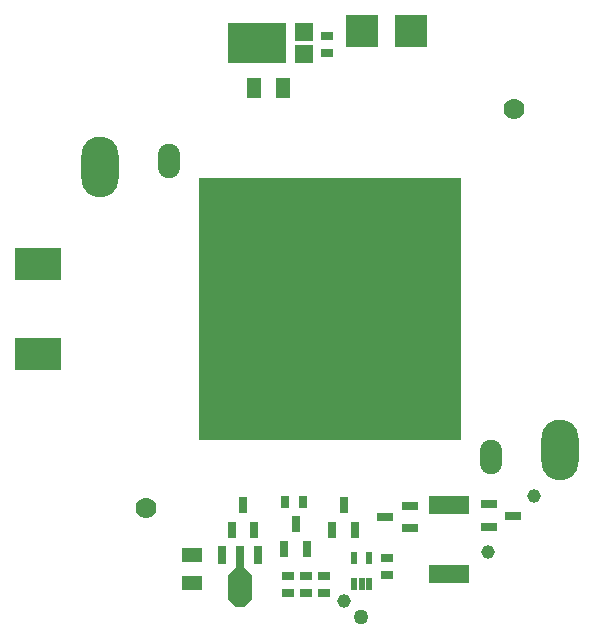
<source format=gbs>
%FSLAX24Y24*%
%MOIN*%
G70*
G01*
G75*
G04 Layer_Color=16711935*
%ADD10C,0.0150*%
%ADD11R,0.1000X0.0291*%
%ADD12R,0.8661X0.8661*%
%ADD13O,0.0669X0.1102*%
%ADD14C,0.1100*%
%ADD15C,0.0400*%
%ADD16C,0.0300*%
%ADD17R,0.1000X0.1000*%
%ADD18R,0.1500X0.1000*%
%ADD19R,0.0394X0.0591*%
%ADD20R,0.0551X0.0547*%
%ADD21R,0.1913X0.1323*%
%ADD22R,0.0354X0.0197*%
%ADD23R,0.0591X0.0394*%
%ADD24R,0.0236X0.0551*%
%ADD25R,0.0236X0.0709*%
%ADD26R,0.0236X0.0512*%
%ADD27R,0.0197X0.0354*%
%ADD28R,0.0157X0.0354*%
%ADD29R,0.0512X0.0236*%
%ADD30R,0.1299X0.0532*%
%ADD31O,0.1181X0.1969*%
%ADD32C,0.0039*%
%ADD33C,0.0100*%
%ADD34R,0.0315X0.0540*%
%ADD35R,0.1060X0.0351*%
%ADD36R,0.8721X0.8721*%
%ADD37O,0.0729X0.1162*%
%ADD38C,0.0700*%
%ADD39C,0.0500*%
%ADD40C,0.0460*%
%ADD41R,0.1060X0.1060*%
%ADD42R,0.1560X0.1060*%
%ADD43R,0.0454X0.0651*%
%ADD44R,0.0611X0.0607*%
%ADD45R,0.1973X0.1383*%
%ADD46R,0.0414X0.0257*%
%ADD47R,0.0651X0.0454*%
%ADD48R,0.0296X0.0611*%
%ADD49R,0.0296X0.0769*%
%ADD50R,0.0296X0.0572*%
%ADD51R,0.0257X0.0414*%
%ADD52R,0.0197X0.0394*%
%ADD53R,0.0572X0.0296*%
%ADD54R,0.1359X0.0592*%
%ADD55O,0.1241X0.2029*%
G36*
X-2877Y-8620D02*
X-2873Y-8621D01*
X-2868Y-8623D01*
X-2864Y-8626D01*
X-2861Y-8629D01*
X-2605Y-8885D01*
X-2602Y-8888D01*
X-2599Y-8892D01*
X-2597Y-8897D01*
X-2596Y-8901D01*
X-2596Y-8906D01*
Y-9654D01*
X-2596Y-9659D01*
X-2597Y-9663D01*
X-2599Y-9668D01*
X-2602Y-9672D01*
X-2605Y-9675D01*
X-2861Y-9931D01*
X-2864Y-9934D01*
X-2868Y-9937D01*
X-2873Y-9938D01*
X-2877Y-9940D01*
X-2882Y-9940D01*
X-3118D01*
X-3123Y-9940D01*
X-3127Y-9938D01*
X-3132Y-9937D01*
X-3136Y-9934D01*
X-3139Y-9931D01*
X-3395Y-9675D01*
X-3398Y-9672D01*
X-3401Y-9668D01*
X-3403Y-9663D01*
X-3404Y-9659D01*
X-3404Y-9654D01*
Y-8906D01*
X-3404Y-8901D01*
X-3403Y-8897D01*
X-3401Y-8892D01*
X-3398Y-8888D01*
X-3395Y-8885D01*
X-3139Y-8629D01*
X-3136Y-8626D01*
X-3132Y-8623D01*
X-3127Y-8621D01*
X-3123Y-8620D01*
X-3118Y-8620D01*
X-2882D01*
X-2877Y-8620D01*
D02*
G37*
D36*
X0Y0D02*
D03*
D37*
X-5358Y4937D02*
D03*
X5358Y-4937D02*
D03*
D38*
X-6130Y-6660D02*
D03*
X6130Y6660D02*
D03*
D39*
X1039Y-10288D02*
D03*
D40*
X450Y-9750D02*
D03*
X5250Y-8100D02*
D03*
X6800Y-6250D02*
D03*
D41*
X2700Y9250D02*
D03*
X1050D02*
D03*
D42*
X-9750Y-1500D02*
D03*
Y1500D02*
D03*
D43*
X-2522Y7350D02*
D03*
X-1578D02*
D03*
D44*
X-882Y8488D02*
D03*
Y9212D02*
D03*
D45*
X-2450Y8850D02*
D03*
D46*
X-100Y8505D02*
D03*
Y9095D02*
D03*
X-1400Y-8905D02*
D03*
Y-9495D02*
D03*
X-800Y-8905D02*
D03*
Y-9495D02*
D03*
X-200Y-8905D02*
D03*
Y-9495D02*
D03*
X1900Y-8305D02*
D03*
Y-8895D02*
D03*
D47*
X-4600Y-9148D02*
D03*
Y-8203D02*
D03*
D48*
X-3591Y-8217D02*
D03*
X-2409D02*
D03*
D49*
X-3000Y-8296D02*
D03*
D50*
X-2900Y-6537D02*
D03*
X-3274Y-7363D02*
D03*
X-2526D02*
D03*
X-1150Y-7187D02*
D03*
X-1524Y-8013D02*
D03*
X-776D02*
D03*
X450Y-6537D02*
D03*
X76Y-7363D02*
D03*
X824D02*
D03*
D51*
X-1495Y-6450D02*
D03*
X-905D02*
D03*
D52*
X1306Y-9183D02*
D03*
X1050D02*
D03*
X794D02*
D03*
Y-8317D02*
D03*
X1306D02*
D03*
D53*
X1837Y-6950D02*
D03*
X2663Y-7324D02*
D03*
Y-6576D02*
D03*
X6113Y-6900D02*
D03*
X5287Y-6526D02*
D03*
Y-7274D02*
D03*
D54*
X3950Y-6548D02*
D03*
Y-8852D02*
D03*
D55*
X-7677Y4724D02*
D03*
X7677Y-4724D02*
D03*
M02*

</source>
